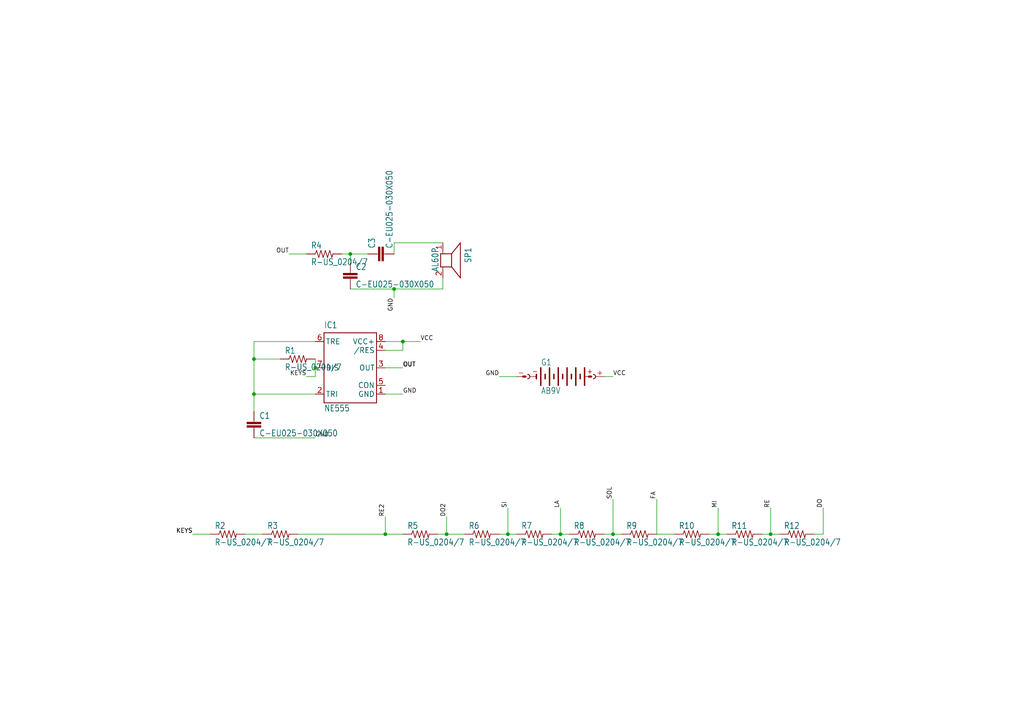
<source format=kicad_sch>
(kicad_sch
	(version 20250114)
	(generator "eeschema")
	(generator_version "9.0")
	(uuid "b3e32994-e51d-4f40-b44b-9d0c16fe27db")
	(paper "A4")
	(lib_symbols
		(symbol "piano555-eagle-import:AB9V"
			(exclude_from_sim no)
			(in_bom yes)
			(on_board yes)
			(property "Reference" "G"
				(at -5.715 3.175 0)
				(effects
					(font
						(size 1.778 1.5113)
					)
					(justify left bottom)
				)
			)
			(property "Value" ""
				(at -5.715 -5.08 0)
				(effects
					(font
						(size 1.778 1.5113)
					)
					(justify left bottom)
				)
			)
			(property "Footprint" "piano555:AB9V"
				(at 0 0 0)
				(effects
					(font
						(size 1.27 1.27)
					)
					(hide yes)
				)
			)
			(property "Datasheet" ""
				(at 0 0 0)
				(effects
					(font
						(size 1.27 1.27)
					)
					(hide yes)
				)
			)
			(property "Description" "9-V BATTERY CLIP"
				(at 0 0 0)
				(effects
					(font
						(size 1.27 1.27)
					)
					(hide yes)
				)
			)
			(property "ki_locked" ""
				(at 0 0 0)
				(effects
					(font
						(size 1.27 1.27)
					)
				)
			)
			(symbol "AB9V_1_0"
				(polyline
					(pts
						(xy -10.16 0) (xy -10.795 0)
					)
					(stroke
						(width 0.6096)
						(type solid)
					)
					(fill
						(type none)
					)
				)
				(arc
					(start -9.525 0.635)
					(mid -8.89 0)
					(end -9.525 -0.635)
					(stroke
						(width 0.254)
						(type solid)
					)
					(fill
						(type none)
					)
				)
				(polyline
					(pts
						(xy -8.89 0) (xy -6.985 0)
					)
					(stroke
						(width 0.1524)
						(type solid)
					)
					(fill
						(type none)
					)
				)
				(polyline
					(pts
						(xy -6.985 0.635) (xy -6.985 0)
					)
					(stroke
						(width 0.4064)
						(type solid)
					)
					(fill
						(type none)
					)
				)
				(polyline
					(pts
						(xy -6.985 0) (xy -6.985 -0.635)
					)
					(stroke
						(width 0.4064)
						(type solid)
					)
					(fill
						(type none)
					)
				)
				(polyline
					(pts
						(xy -5.715 2.54) (xy -5.715 -2.54)
					)
					(stroke
						(width 0.4064)
						(type solid)
					)
					(fill
						(type none)
					)
				)
				(polyline
					(pts
						(xy -4.445 0.635) (xy -4.445 -0.635)
					)
					(stroke
						(width 0.4064)
						(type solid)
					)
					(fill
						(type none)
					)
				)
				(polyline
					(pts
						(xy -3.175 2.54) (xy -3.175 -2.54)
					)
					(stroke
						(width 0.4064)
						(type solid)
					)
					(fill
						(type none)
					)
				)
				(polyline
					(pts
						(xy -1.905 0.635) (xy -1.905 -0.635)
					)
					(stroke
						(width 0.4064)
						(type solid)
					)
					(fill
						(type none)
					)
				)
				(polyline
					(pts
						(xy -0.635 2.54) (xy -0.635 -2.54)
					)
					(stroke
						(width 0.4064)
						(type solid)
					)
					(fill
						(type none)
					)
				)
				(polyline
					(pts
						(xy 0.635 0.635) (xy 0.635 -0.635)
					)
					(stroke
						(width 0.4064)
						(type solid)
					)
					(fill
						(type none)
					)
				)
				(polyline
					(pts
						(xy 1.905 2.54) (xy 1.905 -2.54)
					)
					(stroke
						(width 0.4064)
						(type solid)
					)
					(fill
						(type none)
					)
				)
				(polyline
					(pts
						(xy 3.175 0.635) (xy 3.175 -0.635)
					)
					(stroke
						(width 0.4064)
						(type solid)
					)
					(fill
						(type none)
					)
				)
				(polyline
					(pts
						(xy 4.445 2.54) (xy 4.445 -2.54)
					)
					(stroke
						(width 0.4064)
						(type solid)
					)
					(fill
						(type none)
					)
				)
				(polyline
					(pts
						(xy 5.715 0.635) (xy 5.715 -0.635)
					)
					(stroke
						(width 0.4064)
						(type solid)
					)
					(fill
						(type none)
					)
				)
				(polyline
					(pts
						(xy 6.985 2.54) (xy 6.985 0)
					)
					(stroke
						(width 0.4064)
						(type solid)
					)
					(fill
						(type none)
					)
				)
				(polyline
					(pts
						(xy 6.985 0) (xy 6.985 -2.54)
					)
					(stroke
						(width 0.4064)
						(type solid)
					)
					(fill
						(type none)
					)
				)
				(polyline
					(pts
						(xy 6.985 0) (xy 8.255 0)
					)
					(stroke
						(width 0.1524)
						(type solid)
					)
					(fill
						(type none)
					)
				)
				(polyline
					(pts
						(xy 8.255 0) (xy 8.89 0)
					)
					(stroke
						(width 0.6096)
						(type solid)
					)
					(fill
						(type none)
					)
				)
				(arc
					(start 9.525 0.635)
					(mid 10.16 0)
					(end 9.525 -0.635)
					(stroke
						(width 0.254)
						(type solid)
					)
					(fill
						(type none)
					)
				)
				(text "-"
					(at -8.255 0.635 0)
					(effects
						(font
							(size 1.524 1.2954)
						)
						(justify left bottom)
					)
				)
				(text "+"
					(at 7.62 0.635 0)
					(effects
						(font
							(size 1.524 1.2954)
						)
						(justify left bottom)
					)
				)
				(pin passive line
					(at -12.7 0 0)
					(length 2.54)
					(name "-"
						(effects
							(font
								(size 0 0)
							)
						)
					)
					(number "-"
						(effects
							(font
								(size 1.524 1.524)
							)
						)
					)
				)
				(pin passive line
					(at 12.7 0 180)
					(length 2.54)
					(name "+"
						(effects
							(font
								(size 0 0)
							)
						)
					)
					(number "+"
						(effects
							(font
								(size 1.524 1.524)
							)
						)
					)
				)
			)
			(embedded_fonts no)
		)
		(symbol "piano555-eagle-import:AL60P"
			(exclude_from_sim no)
			(in_bom yes)
			(on_board yes)
			(property "Reference" "SP"
				(at -3.81 6.35 0)
				(effects
					(font
						(size 1.778 1.5113)
					)
					(justify left bottom)
				)
			)
			(property "Value" ""
				(at -3.81 -3.175 0)
				(effects
					(font
						(size 1.778 1.5113)
					)
					(justify left bottom)
				)
			)
			(property "Footprint" "piano555:AL60P"
				(at 0 0 0)
				(effects
					(font
						(size 1.27 1.27)
					)
					(hide yes)
				)
			)
			(property "Datasheet" ""
				(at 0 0 0)
				(effects
					(font
						(size 1.27 1.27)
					)
					(hide yes)
				)
			)
			(property "Description" "SPEAKER\n\nSource: Buerklin"
				(at 0 0 0)
				(effects
					(font
						(size 1.27 1.27)
					)
					(hide yes)
				)
			)
			(property "ki_locked" ""
				(at 0 0 0)
				(effects
					(font
						(size 1.27 1.27)
					)
				)
			)
			(symbol "AL60P_1_0"
				(polyline
					(pts
						(xy -2.54 0) (xy -1.905 0)
					)
					(stroke
						(width 0.1524)
						(type solid)
					)
					(fill
						(type none)
					)
				)
				(polyline
					(pts
						(xy -1.905 2.54) (xy -5.08 5.08)
					)
					(stroke
						(width 0.254)
						(type solid)
					)
					(fill
						(type none)
					)
				)
				(polyline
					(pts
						(xy -1.905 0) (xy -1.905 2.54)
					)
					(stroke
						(width 0.254)
						(type solid)
					)
					(fill
						(type none)
					)
				)
				(polyline
					(pts
						(xy -1.905 -0.635) (xy -1.905 0)
					)
					(stroke
						(width 0.254)
						(type solid)
					)
					(fill
						(type none)
					)
				)
				(polyline
					(pts
						(xy -1.905 -0.635) (xy 1.905 -0.635)
					)
					(stroke
						(width 0.254)
						(type solid)
					)
					(fill
						(type none)
					)
				)
				(polyline
					(pts
						(xy 1.905 2.54) (xy -1.905 2.54)
					)
					(stroke
						(width 0.254)
						(type solid)
					)
					(fill
						(type none)
					)
				)
				(polyline
					(pts
						(xy 1.905 2.54) (xy 5.08 5.08)
					)
					(stroke
						(width 0.254)
						(type solid)
					)
					(fill
						(type none)
					)
				)
				(polyline
					(pts
						(xy 1.905 0) (xy 1.905 2.54)
					)
					(stroke
						(width 0.254)
						(type solid)
					)
					(fill
						(type none)
					)
				)
				(polyline
					(pts
						(xy 1.905 -0.635) (xy 1.905 0)
					)
					(stroke
						(width 0.254)
						(type solid)
					)
					(fill
						(type none)
					)
				)
				(polyline
					(pts
						(xy 2.54 0) (xy 1.905 0)
					)
					(stroke
						(width 0.1524)
						(type solid)
					)
					(fill
						(type none)
					)
				)
				(polyline
					(pts
						(xy 5.08 5.08) (xy -5.08 5.08)
					)
					(stroke
						(width 0.254)
						(type solid)
					)
					(fill
						(type none)
					)
				)
				(pin passive line
					(at -5.08 0 0)
					(length 2.54)
					(name "1"
						(effects
							(font
								(size 0 0)
							)
						)
					)
					(number "1"
						(effects
							(font
								(size 1.524 1.524)
							)
						)
					)
				)
				(pin passive line
					(at 5.08 0 180)
					(length 2.54)
					(name "2"
						(effects
							(font
								(size 0 0)
							)
						)
					)
					(number "2"
						(effects
							(font
								(size 1.524 1.524)
							)
						)
					)
				)
			)
			(embedded_fonts no)
		)
		(symbol "piano555-eagle-import:C-EU025-030X050"
			(exclude_from_sim no)
			(in_bom yes)
			(on_board yes)
			(property "Reference" "C"
				(at 1.524 0.381 0)
				(effects
					(font
						(size 1.778 1.5113)
					)
					(justify left bottom)
				)
			)
			(property "Value" ""
				(at 1.524 -4.699 0)
				(effects
					(font
						(size 1.778 1.5113)
					)
					(justify left bottom)
				)
			)
			(property "Footprint" "piano555:C025-030X050"
				(at 0 0 0)
				(effects
					(font
						(size 1.27 1.27)
					)
					(hide yes)
				)
			)
			(property "Datasheet" ""
				(at 0 0 0)
				(effects
					(font
						(size 1.27 1.27)
					)
					(hide yes)
				)
			)
			(property "Description" "CAPACITOR, European symbol"
				(at 0 0 0)
				(effects
					(font
						(size 1.27 1.27)
					)
					(hide yes)
				)
			)
			(property "ki_locked" ""
				(at 0 0 0)
				(effects
					(font
						(size 1.27 1.27)
					)
				)
			)
			(symbol "C-EU025-030X050_1_0"
				(rectangle
					(start -2.032 -1.016)
					(end 2.032 -0.508)
					(stroke
						(width 0)
						(type default)
					)
					(fill
						(type outline)
					)
				)
				(rectangle
					(start -2.032 -2.032)
					(end 2.032 -1.524)
					(stroke
						(width 0)
						(type default)
					)
					(fill
						(type outline)
					)
				)
				(polyline
					(pts
						(xy 0 0) (xy 0 -0.508)
					)
					(stroke
						(width 0.1524)
						(type solid)
					)
					(fill
						(type none)
					)
				)
				(polyline
					(pts
						(xy 0 -2.54) (xy 0 -2.032)
					)
					(stroke
						(width 0.1524)
						(type solid)
					)
					(fill
						(type none)
					)
				)
				(pin passive line
					(at 0 2.54 270)
					(length 2.54)
					(name "1"
						(effects
							(font
								(size 0 0)
							)
						)
					)
					(number "1"
						(effects
							(font
								(size 0 0)
							)
						)
					)
				)
				(pin passive line
					(at 0 -5.08 90)
					(length 2.54)
					(name "2"
						(effects
							(font
								(size 0 0)
							)
						)
					)
					(number "2"
						(effects
							(font
								(size 0 0)
							)
						)
					)
				)
			)
			(embedded_fonts no)
		)
		(symbol "piano555-eagle-import:NE555"
			(exclude_from_sim no)
			(in_bom yes)
			(on_board yes)
			(property "Reference" "IC"
				(at -7.62 11.43 0)
				(effects
					(font
						(size 1.778 1.5113)
					)
					(justify left bottom)
				)
			)
			(property "Value" ""
				(at -7.62 -12.7 0)
				(effects
					(font
						(size 1.778 1.5113)
					)
					(justify left bottom)
				)
			)
			(property "Footprint" "piano555:DIL-08"
				(at 0 0 0)
				(effects
					(font
						(size 1.27 1.27)
					)
					(hide yes)
				)
			)
			(property "Datasheet" ""
				(at 0 0 0)
				(effects
					(font
						(size 1.27 1.27)
					)
					(hide yes)
				)
			)
			(property "Description" "General purpose bipolar Timer"
				(at 0 0 0)
				(effects
					(font
						(size 1.27 1.27)
					)
					(hide yes)
				)
			)
			(property "ki_locked" ""
				(at 0 0 0)
				(effects
					(font
						(size 1.27 1.27)
					)
				)
			)
			(symbol "NE555_1_0"
				(polyline
					(pts
						(xy -7.62 10.16) (xy -7.62 -10.16)
					)
					(stroke
						(width 0.254)
						(type solid)
					)
					(fill
						(type none)
					)
				)
				(polyline
					(pts
						(xy -7.62 -10.16) (xy 7.62 -10.16)
					)
					(stroke
						(width 0.254)
						(type solid)
					)
					(fill
						(type none)
					)
				)
				(polyline
					(pts
						(xy 7.62 10.16) (xy -7.62 10.16)
					)
					(stroke
						(width 0.254)
						(type solid)
					)
					(fill
						(type none)
					)
				)
				(polyline
					(pts
						(xy 7.62 -10.16) (xy 7.62 10.16)
					)
					(stroke
						(width 0.254)
						(type solid)
					)
					(fill
						(type none)
					)
				)
				(pin input line
					(at -10.16 7.62 0)
					(length 2.54)
					(name "TRE"
						(effects
							(font
								(size 1.524 1.524)
							)
						)
					)
					(number "6"
						(effects
							(font
								(size 1.524 1.524)
							)
						)
					)
				)
				(pin input line
					(at -10.16 0 0)
					(length 2.54)
					(name "DIS"
						(effects
							(font
								(size 1.524 1.524)
							)
						)
					)
					(number "7"
						(effects
							(font
								(size 1.524 1.524)
							)
						)
					)
				)
				(pin input line
					(at -10.16 -7.62 0)
					(length 2.54)
					(name "TRI"
						(effects
							(font
								(size 1.524 1.524)
							)
						)
					)
					(number "2"
						(effects
							(font
								(size 1.524 1.524)
							)
						)
					)
				)
				(pin power_in line
					(at 10.16 7.62 180)
					(length 2.54)
					(name "VCC+"
						(effects
							(font
								(size 1.524 1.524)
							)
						)
					)
					(number "8"
						(effects
							(font
								(size 1.524 1.524)
							)
						)
					)
				)
				(pin input line
					(at 10.16 5.08 180)
					(length 2.54)
					(name "/RES"
						(effects
							(font
								(size 1.524 1.524)
							)
						)
					)
					(number "4"
						(effects
							(font
								(size 1.524 1.524)
							)
						)
					)
				)
				(pin output line
					(at 10.16 0 180)
					(length 2.54)
					(name "OUT"
						(effects
							(font
								(size 1.524 1.524)
							)
						)
					)
					(number "3"
						(effects
							(font
								(size 1.524 1.524)
							)
						)
					)
				)
				(pin input line
					(at 10.16 -5.08 180)
					(length 2.54)
					(name "CON"
						(effects
							(font
								(size 1.524 1.524)
							)
						)
					)
					(number "5"
						(effects
							(font
								(size 1.524 1.524)
							)
						)
					)
				)
				(pin power_in line
					(at 10.16 -7.62 180)
					(length 2.54)
					(name "GND"
						(effects
							(font
								(size 1.524 1.524)
							)
						)
					)
					(number "1"
						(effects
							(font
								(size 1.524 1.524)
							)
						)
					)
				)
			)
			(embedded_fonts no)
		)
		(symbol "piano555-eagle-import:R-US_0204/7"
			(exclude_from_sim no)
			(in_bom yes)
			(on_board yes)
			(property "Reference" "R"
				(at -3.81 1.4986 0)
				(effects
					(font
						(size 1.778 1.5113)
					)
					(justify left bottom)
				)
			)
			(property "Value" ""
				(at -3.81 -3.302 0)
				(effects
					(font
						(size 1.778 1.5113)
					)
					(justify left bottom)
				)
			)
			(property "Footprint" "piano555:0204_7"
				(at 0 0 0)
				(effects
					(font
						(size 1.27 1.27)
					)
					(hide yes)
				)
			)
			(property "Datasheet" ""
				(at 0 0 0)
				(effects
					(font
						(size 1.27 1.27)
					)
					(hide yes)
				)
			)
			(property "Description" "RESISTOR, American symbol"
				(at 0 0 0)
				(effects
					(font
						(size 1.27 1.27)
					)
					(hide yes)
				)
			)
			(property "ki_locked" ""
				(at 0 0 0)
				(effects
					(font
						(size 1.27 1.27)
					)
				)
			)
			(symbol "R-US_0204/7_1_0"
				(polyline
					(pts
						(xy -2.54 0) (xy -2.159 1.016)
					)
					(stroke
						(width 0.2032)
						(type solid)
					)
					(fill
						(type none)
					)
				)
				(polyline
					(pts
						(xy -2.159 1.016) (xy -1.524 -1.016)
					)
					(stroke
						(width 0.2032)
						(type solid)
					)
					(fill
						(type none)
					)
				)
				(polyline
					(pts
						(xy -1.524 -1.016) (xy -0.889 1.016)
					)
					(stroke
						(width 0.2032)
						(type solid)
					)
					(fill
						(type none)
					)
				)
				(polyline
					(pts
						(xy -0.889 1.016) (xy -0.254 -1.016)
					)
					(stroke
						(width 0.2032)
						(type solid)
					)
					(fill
						(type none)
					)
				)
				(polyline
					(pts
						(xy -0.254 -1.016) (xy 0.381 1.016)
					)
					(stroke
						(width 0.2032)
						(type solid)
					)
					(fill
						(type none)
					)
				)
				(polyline
					(pts
						(xy 0.381 1.016) (xy 1.016 -1.016)
					)
					(stroke
						(width 0.2032)
						(type solid)
					)
					(fill
						(type none)
					)
				)
				(polyline
					(pts
						(xy 1.016 -1.016) (xy 1.651 1.016)
					)
					(stroke
						(width 0.2032)
						(type solid)
					)
					(fill
						(type none)
					)
				)
				(polyline
					(pts
						(xy 1.651 1.016) (xy 2.286 -1.016)
					)
					(stroke
						(width 0.2032)
						(type solid)
					)
					(fill
						(type none)
					)
				)
				(polyline
					(pts
						(xy 2.286 -1.016) (xy 2.54 0)
					)
					(stroke
						(width 0.2032)
						(type solid)
					)
					(fill
						(type none)
					)
				)
				(pin passive line
					(at -5.08 0 0)
					(length 2.54)
					(name "1"
						(effects
							(font
								(size 0 0)
							)
						)
					)
					(number "1"
						(effects
							(font
								(size 0 0)
							)
						)
					)
				)
				(pin passive line
					(at 5.08 0 180)
					(length 2.54)
					(name "2"
						(effects
							(font
								(size 0 0)
							)
						)
					)
					(number "2"
						(effects
							(font
								(size 0 0)
							)
						)
					)
				)
			)
			(embedded_fonts no)
		)
	)
	(junction
		(at 73.66 114.3)
		(diameter 0)
		(color 0 0 0 0)
		(uuid "0362689b-6490-4df4-90c4-ae13e8710c16")
	)
	(junction
		(at 129.54 154.94)
		(diameter 0)
		(color 0 0 0 0)
		(uuid "0e602ea8-fa17-4c0f-8a1e-0c26b9c0391e")
	)
	(junction
		(at 208.28 154.94)
		(diameter 0)
		(color 0 0 0 0)
		(uuid "11a5aae6-d0fd-4d9e-a80e-267a8e5baf11")
	)
	(junction
		(at 162.56 154.94)
		(diameter 0)
		(color 0 0 0 0)
		(uuid "17fa363f-8d6b-425e-8452-609f02812352")
	)
	(junction
		(at 91.44 106.68)
		(diameter 0)
		(color 0 0 0 0)
		(uuid "6bcf6291-4a81-41b5-9215-a63be09b3229")
	)
	(junction
		(at 223.52 154.94)
		(diameter 0)
		(color 0 0 0 0)
		(uuid "6bf9d349-0d4b-4ffe-9f01-2baa25345794")
	)
	(junction
		(at 147.32 154.94)
		(diameter 0)
		(color 0 0 0 0)
		(uuid "6fc7fc3e-1ded-4f5b-a1d5-03cd25bda91f")
	)
	(junction
		(at 116.84 99.06)
		(diameter 0)
		(color 0 0 0 0)
		(uuid "76711fb8-1bcf-45b3-85d5-d32e1836509d")
	)
	(junction
		(at 177.8 154.94)
		(diameter 0)
		(color 0 0 0 0)
		(uuid "7d64487a-15b7-4c6b-abef-5757c0168ad2")
	)
	(junction
		(at 111.76 154.94)
		(diameter 0)
		(color 0 0 0 0)
		(uuid "bf89020d-0eb2-4c41-9507-f318534ddb76")
	)
	(junction
		(at 101.6 73.66)
		(diameter 0)
		(color 0 0 0 0)
		(uuid "d83f7d2b-9d51-46e6-937e-bd8deca87067")
	)
	(junction
		(at 114.3 83.82)
		(diameter 0)
		(color 0 0 0 0)
		(uuid "e7b54afa-6355-469b-853c-979e9a6d3da9")
	)
	(junction
		(at 73.66 104.14)
		(diameter 0)
		(color 0 0 0 0)
		(uuid "ff3f04e1-2272-478d-9f3c-aadb6eedc469")
	)
	(wire
		(pts
			(xy 116.84 101.6) (xy 111.76 101.6)
		)
		(stroke
			(width 0.1524)
			(type solid)
		)
		(uuid "04d4b2f3-9f4d-41ba-b1e3-f6b4366a353b")
	)
	(wire
		(pts
			(xy 238.76 154.94) (xy 238.76 147.32)
		)
		(stroke
			(width 0.1524)
			(type solid)
		)
		(uuid "050b9797-0845-4286-bda5-bfc06b132b01")
	)
	(wire
		(pts
			(xy 73.66 114.3) (xy 73.66 119.38)
		)
		(stroke
			(width 0.1524)
			(type solid)
		)
		(uuid "066d4b02-ae1c-4ab3-8159-fbe7b7409974")
	)
	(wire
		(pts
			(xy 73.66 114.3) (xy 73.66 104.14)
		)
		(stroke
			(width 0.1524)
			(type solid)
		)
		(uuid "17f8b5a2-d189-4389-9a89-978e6ff494e4")
	)
	(wire
		(pts
			(xy 177.8 154.94) (xy 180.34 154.94)
		)
		(stroke
			(width 0.1524)
			(type solid)
		)
		(uuid "1ea1925b-aef0-4234-b973-ee84d72f5250")
	)
	(wire
		(pts
			(xy 220.98 154.94) (xy 223.52 154.94)
		)
		(stroke
			(width 0.1524)
			(type solid)
		)
		(uuid "2058fca0-af71-4521-b92d-a0c23a247fb9")
	)
	(wire
		(pts
			(xy 86.36 154.94) (xy 111.76 154.94)
		)
		(stroke
			(width 0.1524)
			(type solid)
		)
		(uuid "21481e05-64d4-4f6e-bd6c-a397f1d440ae")
	)
	(wire
		(pts
			(xy 81.28 104.14) (xy 73.66 104.14)
		)
		(stroke
			(width 0.1524)
			(type solid)
		)
		(uuid "23927b87-fb9c-4475-ba76-00ecd8a3aacc")
	)
	(wire
		(pts
			(xy 208.28 154.94) (xy 208.28 147.32)
		)
		(stroke
			(width 0.1524)
			(type solid)
		)
		(uuid "25a43955-1386-409a-b896-743d20d4e857")
	)
	(wire
		(pts
			(xy 114.3 83.82) (xy 128.4424 83.82)
		)
		(stroke
			(width 0.1524)
			(type solid)
		)
		(uuid "272d6da7-a1d2-43d0-814d-e4e216a92e9e")
	)
	(wire
		(pts
			(xy 111.76 106.68) (xy 116.84 106.68)
		)
		(stroke
			(width 0.1524)
			(type solid)
		)
		(uuid "2c4a4e83-0d1c-4f18-b9d6-fa5479671ed6")
	)
	(wire
		(pts
			(xy 88.9 73.66) (xy 83.82 73.66)
		)
		(stroke
			(width 0.1524)
			(type solid)
		)
		(uuid "3226787b-4dca-474f-be80-410275f25ec6")
	)
	(wire
		(pts
			(xy 99.06 73.66) (xy 101.6 73.66)
		)
		(stroke
			(width 0.1524)
			(type solid)
		)
		(uuid "387ed045-a21f-47f4-a2f3-27279415c524")
	)
	(wire
		(pts
			(xy 60.96 154.94) (xy 55.88 154.94)
		)
		(stroke
			(width 0.1524)
			(type solid)
		)
		(uuid "39d031d7-8a99-4f31-ab75-0c6bd56a692f")
	)
	(wire
		(pts
			(xy 91.44 109.22) (xy 88.9 109.22)
		)
		(stroke
			(width 0.1524)
			(type solid)
		)
		(uuid "3eb62a87-b101-4ce6-acb0-b13b4a43484e")
	)
	(wire
		(pts
			(xy 127 154.94) (xy 129.54 154.94)
		)
		(stroke
			(width 0.1524)
			(type solid)
		)
		(uuid "417c042c-51bd-4b98-8bb5-1ae2348377e8")
	)
	(wire
		(pts
			(xy 129.54 154.94) (xy 129.54 149.86)
		)
		(stroke
			(width 0.1524)
			(type solid)
		)
		(uuid "4658438f-8b66-4556-9f64-488e22b5b768")
	)
	(wire
		(pts
			(xy 91.44 106.68) (xy 91.44 109.22)
		)
		(stroke
			(width 0.1524)
			(type solid)
		)
		(uuid "542fc35f-c6e7-447b-b7bf-e676560531c3")
	)
	(wire
		(pts
			(xy 114.3 70.4251) (xy 128.4424 70.4251)
		)
		(stroke
			(width 0.1524)
			(type solid)
		)
		(uuid "57518794-ce33-4f3a-85bd-f456f94b0e49")
	)
	(wire
		(pts
			(xy 111.76 154.94) (xy 111.76 149.86)
		)
		(stroke
			(width 0.1524)
			(type solid)
		)
		(uuid "5d6dbda0-dca8-43f5-9b16-96ba977f835c")
	)
	(wire
		(pts
			(xy 175.26 109.22) (xy 177.8 109.22)
		)
		(stroke
			(width 0.1524)
			(type solid)
		)
		(uuid "60ada0ef-518d-4e49-aea1-263da4b271f8")
	)
	(wire
		(pts
			(xy 144.78 154.94) (xy 147.32 154.94)
		)
		(stroke
			(width 0.1524)
			(type solid)
		)
		(uuid "68629375-f4d6-4181-a18e-5d59584047e7")
	)
	(wire
		(pts
			(xy 177.8 154.94) (xy 177.8 144.78)
		)
		(stroke
			(width 0.1524)
			(type solid)
		)
		(uuid "6ba1755f-b122-4875-954d-0ac1f7311569")
	)
	(wire
		(pts
			(xy 223.52 154.94) (xy 223.52 147.32)
		)
		(stroke
			(width 0.1524)
			(type solid)
		)
		(uuid "72453cd8-ca21-4e14-88bc-36730b7358ff")
	)
	(wire
		(pts
			(xy 116.84 99.06) (xy 121.92 99.06)
		)
		(stroke
			(width 0.1524)
			(type solid)
		)
		(uuid "79efa171-e824-499a-84d2-7cfcef344482")
	)
	(wire
		(pts
			(xy 147.32 147.32) (xy 147.32 154.94)
		)
		(stroke
			(width 0.1524)
			(type solid)
		)
		(uuid "7f5d7e43-6418-436a-8de6-3f381cc77f05")
	)
	(wire
		(pts
			(xy 162.56 154.94) (xy 165.1 154.94)
		)
		(stroke
			(width 0.1524)
			(type solid)
		)
		(uuid "83e05c6b-3aa7-4808-a063-ac46d85d1365")
	)
	(wire
		(pts
			(xy 147.32 154.94) (xy 149.86 154.94)
		)
		(stroke
			(width 0.1524)
			(type solid)
		)
		(uuid "85620a5d-e871-4f05-873b-fb3b03e06172")
	)
	(wire
		(pts
			(xy 71.12 154.94) (xy 76.2 154.94)
		)
		(stroke
			(width 0.1524)
			(type solid)
		)
		(uuid "872c7928-fe05-4e82-b10a-e17099c906e5")
	)
	(wire
		(pts
			(xy 91.44 104.14) (xy 91.44 106.68)
		)
		(stroke
			(width 0.1524)
			(type solid)
		)
		(uuid "875474b3-0589-416e-9c63-7cc8d31e3144")
	)
	(wire
		(pts
			(xy 101.6 83.82) (xy 114.3 83.82)
		)
		(stroke
			(width 0.1524)
			(type solid)
		)
		(uuid "8b8fcfae-6d47-4620-bba1-ae2efe6693b7")
	)
	(wire
		(pts
			(xy 205.74 154.94) (xy 208.28 154.94)
		)
		(stroke
			(width 0.1524)
			(type solid)
		)
		(uuid "8c866d78-45fa-4541-bc8f-9a4a3f4c101a")
	)
	(wire
		(pts
			(xy 101.6 73.66) (xy 106.68 73.66)
		)
		(stroke
			(width 0.1524)
			(type solid)
		)
		(uuid "8cd3efc3-ddcb-4195-a9f2-66d1a549f92c")
	)
	(wire
		(pts
			(xy 190.5 154.94) (xy 190.5 144.78)
		)
		(stroke
			(width 0.1524)
			(type solid)
		)
		(uuid "948696e5-7349-4220-ae20-558758f4dfad")
	)
	(wire
		(pts
			(xy 114.3 83.82) (xy 114.3 86.36)
		)
		(stroke
			(width 0.1524)
			(type solid)
		)
		(uuid "94fbe516-bad6-4ad7-b3e4-79620c53959f")
	)
	(wire
		(pts
			(xy 195.58 154.94) (xy 190.5 154.94)
		)
		(stroke
			(width 0.1524)
			(type solid)
		)
		(uuid "994fa2c2-ed83-4323-b1c5-35e3808dc623")
	)
	(wire
		(pts
			(xy 223.52 154.94) (xy 226.06 154.94)
		)
		(stroke
			(width 0.1524)
			(type solid)
		)
		(uuid "9ccb1d61-5bef-453d-84fb-82b316e975f1")
	)
	(wire
		(pts
			(xy 149.86 109.22) (xy 144.78 109.22)
		)
		(stroke
			(width 0.1524)
			(type solid)
		)
		(uuid "9d8ad1c7-f2d1-48be-a267-6814a374cf8f")
	)
	(wire
		(pts
			(xy 116.84 99.06) (xy 116.84 101.6)
		)
		(stroke
			(width 0.1524)
			(type solid)
		)
		(uuid "9ec9b6ae-b189-46b1-8a34-f16c79a8890c")
	)
	(wire
		(pts
			(xy 91.44 114.3) (xy 73.66 114.3)
		)
		(stroke
			(width 0.1524)
			(type solid)
		)
		(uuid "9effc003-0eea-4216-abbf-b8e67bdcc04f")
	)
	(wire
		(pts
			(xy 114.3 73.66) (xy 114.3 70.4251)
		)
		(stroke
			(width 0.1524)
			(type solid)
		)
		(uuid "9f9f8b8d-5cc4-4792-9d90-9ec8c18855b0")
	)
	(wire
		(pts
			(xy 73.66 127) (xy 91.44 127)
		)
		(stroke
			(width 0.1524)
			(type solid)
		)
		(uuid "ad112951-42a8-403d-a86a-4c925c18cfba")
	)
	(wire
		(pts
			(xy 208.28 154.94) (xy 210.82 154.94)
		)
		(stroke
			(width 0.1524)
			(type solid)
		)
		(uuid "b496ef23-93ec-41ba-b64e-519523485646")
	)
	(wire
		(pts
			(xy 162.56 147.32) (xy 162.56 154.94)
		)
		(stroke
			(width 0.1524)
			(type solid)
		)
		(uuid "b9533360-13fa-400e-be92-3324f05e40a3")
	)
	(wire
		(pts
			(xy 236.22 154.94) (xy 238.76 154.94)
		)
		(stroke
			(width 0.1524)
			(type solid)
		)
		(uuid "ba191941-d92d-46f4-949c-a1e00e6bb48f")
	)
	(wire
		(pts
			(xy 101.6 76.2) (xy 101.6 73.66)
		)
		(stroke
			(width 0.1524)
			(type solid)
		)
		(uuid "bc8d31df-12c0-403f-86b4-be19038ba4f4")
	)
	(wire
		(pts
			(xy 73.66 99.06) (xy 91.44 99.06)
		)
		(stroke
			(width 0.1524)
			(type solid)
		)
		(uuid "c4f93887-1777-4ce3-9810-94d08fd9dcc5")
	)
	(wire
		(pts
			(xy 128.4424 83.82) (xy 128.4424 80.5851)
		)
		(stroke
			(width 0.1524)
			(type solid)
		)
		(uuid "c52bdc5a-55cb-4cc6-8f47-118e7ffea25f")
	)
	(wire
		(pts
			(xy 111.76 99.06) (xy 116.84 99.06)
		)
		(stroke
			(width 0.1524)
			(type solid)
		)
		(uuid "cedaeb51-382e-4de8-8a4a-4bae23c3e784")
	)
	(wire
		(pts
			(xy 73.66 104.14) (xy 73.66 99.06)
		)
		(stroke
			(width 0.1524)
			(type solid)
		)
		(uuid "cff4ef38-235e-4e31-b33c-363f0c084fa4")
	)
	(wire
		(pts
			(xy 111.76 114.3) (xy 116.84 114.3)
		)
		(stroke
			(width 0.1524)
			(type solid)
		)
		(uuid "d7d39b10-7422-49f3-8085-57fc6795f5a6")
	)
	(wire
		(pts
			(xy 129.54 154.94) (xy 134.62 154.94)
		)
		(stroke
			(width 0.1524)
			(type solid)
		)
		(uuid "dd835c5f-90b6-4125-bdab-141ced31f195")
	)
	(wire
		(pts
			(xy 111.76 154.94) (xy 116.84 154.94)
		)
		(stroke
			(width 0.1524)
			(type solid)
		)
		(uuid "e1a3a726-4a05-45ef-8cca-7ede758da3a6")
	)
	(wire
		(pts
			(xy 160.02 154.94) (xy 162.56 154.94)
		)
		(stroke
			(width 0.1524)
			(type solid)
		)
		(uuid "e39f4256-643a-4187-aa81-aaab00c48500")
	)
	(wire
		(pts
			(xy 175.26 154.94) (xy 177.8 154.94)
		)
		(stroke
			(width 0.1524)
			(type solid)
		)
		(uuid "ebed65c7-c74d-4ba7-938c-2c6c771dea84")
	)
	(label "KEYS"
		(at 88.9 109.22 180)
		(effects
			(font
				(size 1.2446 1.2446)
			)
			(justify right bottom)
		)
		(uuid "02ac1165-7952-4513-8a3f-6ce3f0558dd0")
	)
	(label "OUT"
		(at 116.84 106.68 0)
		(effects
			(font
				(size 1.2446 1.2446)
			)
			(justify left bottom)
		)
		(uuid "05f3c831-dc96-4825-82db-a3d4ceffd86d")
	)
	(label "DO"
		(at 238.76 147.32 90)
		(effects
			(font
				(size 1.2446 1.2446)
			)
			(justify left bottom)
		)
		(uuid "115145bc-279e-4540-9196-cc90dddbce31")
	)
	(label "OUT"
		(at 116.84 106.68 0)
		(effects
			(font
				(size 1.2446 1.2446)
			)
			(justify left bottom)
		)
		(uuid "232a9920-23d1-45b9-a534-fe47cd2bc1fc")
	)
	(label "LA"
		(at 162.56 147.32 90)
		(effects
			(font
				(size 1.2446 1.2446)
			)
			(justify left bottom)
		)
		(uuid "26a32598-3f82-434b-aa2b-73db6cfb0bd1")
	)
	(label "GND"
		(at 91.44 127 0)
		(effects
			(font
				(size 1.2446 1.2446)
			)
			(justify left bottom)
		)
		(uuid "31807afb-a813-4e38-8270-9d33fdb79f6f")
	)
	(label "GND"
		(at 114.3 86.36 270)
		(effects
			(font
				(size 1.2446 1.2446)
			)
			(justify right bottom)
		)
		(uuid "36af3fd4-4c5b-4d95-b859-a129c3d0eb18")
	)
	(label "DO2"
		(at 129.54 149.86 90)
		(effects
			(font
				(size 1.2446 1.2446)
			)
			(justify left bottom)
		)
		(uuid "3e6312e4-ac3a-4dbf-8181-95da08ceb7c3")
	)
	(label "RE2"
		(at 111.76 149.86 90)
		(effects
			(font
				(size 1.2446 1.2446)
			)
			(justify left bottom)
		)
		(uuid "44f791ac-16e6-4e5f-9b84-0eaeb5090f23")
	)
	(label "GND"
		(at 144.78 109.22 180)
		(effects
			(font
				(size 1.2446 1.2446)
			)
			(justify right bottom)
		)
		(uuid "582a5e35-773f-4ecf-8230-82c0a80447ca")
	)
	(label "SOL"
		(at 177.8 144.78 90)
		(effects
			(font
				(size 1.2446 1.2446)
			)
			(justify left bottom)
		)
		(uuid "58ebec77-2a84-48a9-8e69-7a2eebad5cc2")
	)
	(label "OUT"
		(at 116.84 106.68 0)
		(effects
			(font
				(size 1.2446 1.2446)
			)
			(justify left bottom)
		)
		(uuid "67700801-1f41-4ec9-8215-0c97bd8235d9")
	)
	(label "KEYS"
		(at 55.88 154.94 180)
		(effects
			(font
				(size 1.2446 1.2446)
			)
			(justify right bottom)
		)
		(uuid "67afb24a-6fda-48e2-975e-2d085a7d282a")
	)
	(label "RE"
		(at 223.52 147.32 90)
		(effects
			(font
				(size 1.2446 1.2446)
			)
			(justify left bottom)
		)
		(uuid "85f5b524-ddf3-497c-bc6f-49f1dd71ea47")
	)
	(label "OUT"
		(at 116.84 106.68 0)
		(effects
			(font
				(size 1.2446 1.2446)
			)
			(justify left bottom)
		)
		(uuid "8a72c836-f84a-4ff0-bc38-11579f64ee04")
	)
	(label "OUT"
		(at 83.82 73.66 180)
		(effects
			(font
				(size 1.2446 1.2446)
			)
			(justify right bottom)
		)
		(uuid "9d29bb01-7cfb-4c38-b73f-c6d223e1c4e0")
	)
	(label "SI"
		(at 147.32 147.32 90)
		(effects
			(font
				(size 1.2446 1.2446)
			)
			(justify left bottom)
		)
		(uuid "ab766b74-cfe4-47c8-9728-184a969d1b06")
	)
	(label "GND"
		(at 116.84 114.3 0)
		(effects
			(font
				(size 1.2446 1.2446)
			)
			(justify left bottom)
		)
		(uuid "ae6b5f24-2b81-4b89-9914-7ef5b16aa69b")
	)
	(label "KEYS"
		(at 55.88 154.94 180)
		(effects
			(font
				(size 1.2446 1.2446)
			)
			(justify right bottom)
		)
		(uuid "b46f216c-c7d1-4dcc-8e8e-54a8351952eb")
	)
	(label "MI"
		(at 208.28 147.32 90)
		(effects
			(font
				(size 1.2446 1.2446)
			)
			(justify left bottom)
		)
		(uuid "c72cb030-d60a-488d-a12e-91416b6bc95d")
	)
	(label "FA"
		(at 190.5 144.78 90)
		(effects
			(font
				(size 1.2446 1.2446)
			)
			(justify left bottom)
		)
		(uuid "e85dd7af-e029-45fa-8e78-d08c29e179f9")
	)
	(label "VCC"
		(at 177.8 109.22 0)
		(effects
			(font
				(size 1.2446 1.2446)
			)
			(justify left bottom)
		)
		(uuid "efc46064-1a2d-4c31-aa82-8637437e4399")
	)
	(label "VCC"
		(at 121.92 99.06 0)
		(effects
			(font
				(size 1.2446 1.2446)
			)
			(justify left bottom)
		)
		(uuid "f3242178-0133-4a28-83bc-fd8c40495c88")
	)
	(symbol
		(lib_id "piano555-eagle-import:R-US_0204/7")
		(at 86.36 104.14 0)
		(unit 1)
		(exclude_from_sim no)
		(in_bom yes)
		(on_board yes)
		(dnp no)
		(uuid "04ca369c-604e-4789-9951-df330ebbd234")
		(property "Reference" "R1"
			(at 82.55 102.6414 0)
			(effects
				(font
					(size 1.778 1.5113)
				)
				(justify left bottom)
			)
		)
		(property "Value" "R-US_0204/7"
			(at 82.55 107.442 0)
			(effects
				(font
					(size 1.778 1.5113)
				)
				(justify left bottom)
			)
		)
		(property "Footprint" "piano555:0204_7"
			(at 86.36 104.14 0)
			(effects
				(font
					(size 1.27 1.27)
				)
				(hide yes)
			)
		)
		(property "Datasheet" ""
			(at 86.36 104.14 0)
			(effects
				(font
					(size 1.27 1.27)
				)
				(hide yes)
			)
		)
		(property "Description" ""
			(at 86.36 104.14 0)
			(effects
				(font
					(size 1.27 1.27)
				)
				(hide yes)
			)
		)
		(pin "2"
			(uuid "7bc588cf-2783-413c-89e6-3a917a905abb")
		)
		(pin "1"
			(uuid "34c15a45-5016-4046-87ed-66b7709af020")
		)
		(instances
			(project ""
				(path "/b3e32994-e51d-4f40-b44b-9d0c16fe27db"
					(reference "R1")
					(unit 1)
				)
			)
		)
	)
	(symbol
		(lib_id "piano555-eagle-import:R-US_0204/7")
		(at 139.7 154.94 0)
		(unit 1)
		(exclude_from_sim no)
		(in_bom yes)
		(on_board yes)
		(dnp no)
		(uuid "33b21c80-9b9b-476e-9251-221ddde2b072")
		(property "Reference" "R6"
			(at 135.89 153.4414 0)
			(effects
				(font
					(size 1.778 1.5113)
				)
				(justify left bottom)
			)
		)
		(property "Value" "R-US_0204/7"
			(at 135.89 158.242 0)
			(effects
				(font
					(size 1.778 1.5113)
				)
				(justify left bottom)
			)
		)
		(property "Footprint" "piano555:0204_7"
			(at 139.7 154.94 0)
			(effects
				(font
					(size 1.27 1.27)
				)
				(hide yes)
			)
		)
		(property "Datasheet" ""
			(at 139.7 154.94 0)
			(effects
				(font
					(size 1.27 1.27)
				)
				(hide yes)
			)
		)
		(property "Description" ""
			(at 139.7 154.94 0)
			(effects
				(font
					(size 1.27 1.27)
				)
				(hide yes)
			)
		)
		(pin "1"
			(uuid "a0a7251e-bf37-48bb-9348-7d5853451b73")
		)
		(pin "2"
			(uuid "57bf75dc-e5ce-4ff9-9c99-0d7d4e9fb9a6")
		)
		(instances
			(project ""
				(path "/b3e32994-e51d-4f40-b44b-9d0c16fe27db"
					(reference "R6")
					(unit 1)
				)
			)
		)
	)
	(symbol
		(lib_id "piano555-eagle-import:R-US_0204/7")
		(at 170.18 154.94 0)
		(unit 1)
		(exclude_from_sim no)
		(in_bom yes)
		(on_board yes)
		(dnp no)
		(uuid "35515694-fddc-4c1a-b229-7d899a54db9f")
		(property "Reference" "R8"
			(at 166.37 153.4414 0)
			(effects
				(font
					(size 1.778 1.5113)
				)
				(justify left bottom)
			)
		)
		(property "Value" "R-US_0204/7"
			(at 166.37 158.242 0)
			(effects
				(font
					(size 1.778 1.5113)
				)
				(justify left bottom)
			)
		)
		(property "Footprint" "piano555:0204_7"
			(at 170.18 154.94 0)
			(effects
				(font
					(size 1.27 1.27)
				)
				(hide yes)
			)
		)
		(property "Datasheet" ""
			(at 170.18 154.94 0)
			(effects
				(font
					(size 1.27 1.27)
				)
				(hide yes)
			)
		)
		(property "Description" ""
			(at 170.18 154.94 0)
			(effects
				(font
					(size 1.27 1.27)
				)
				(hide yes)
			)
		)
		(pin "2"
			(uuid "76965b0e-17ef-40f0-a794-68d2b59a3473")
		)
		(pin "1"
			(uuid "4bb54c8d-5920-41f3-9ac0-97d1bf31228d")
		)
		(instances
			(project ""
				(path "/b3e32994-e51d-4f40-b44b-9d0c16fe27db"
					(reference "R8")
					(unit 1)
				)
			)
		)
	)
	(symbol
		(lib_id "piano555-eagle-import:R-US_0204/7")
		(at 81.28 154.94 0)
		(unit 1)
		(exclude_from_sim no)
		(in_bom yes)
		(on_board yes)
		(dnp no)
		(uuid "52111384-ed8c-43b4-834f-42478930986e")
		(property "Reference" "R3"
			(at 77.47 153.4414 0)
			(effects
				(font
					(size 1.778 1.5113)
				)
				(justify left bottom)
			)
		)
		(property "Value" "R-US_0204/7"
			(at 77.47 158.242 0)
			(effects
				(font
					(size 1.778 1.5113)
				)
				(justify left bottom)
			)
		)
		(property "Footprint" "piano555:0204_7"
			(at 81.28 154.94 0)
			(effects
				(font
					(size 1.27 1.27)
				)
				(hide yes)
			)
		)
		(property "Datasheet" ""
			(at 81.28 154.94 0)
			(effects
				(font
					(size 1.27 1.27)
				)
				(hide yes)
			)
		)
		(property "Description" ""
			(at 81.28 154.94 0)
			(effects
				(font
					(size 1.27 1.27)
				)
				(hide yes)
			)
		)
		(pin "1"
			(uuid "0f470b6c-3742-4b59-a4d6-a3425dd43e42")
		)
		(pin "2"
			(uuid "0f67fad5-7bb9-46e6-9551-e0b62b011c63")
		)
		(instances
			(project ""
				(path "/b3e32994-e51d-4f40-b44b-9d0c16fe27db"
					(reference "R3")
					(unit 1)
				)
			)
		)
	)
	(symbol
		(lib_id "piano555-eagle-import:R-US_0204/7")
		(at 66.04 154.94 0)
		(unit 1)
		(exclude_from_sim no)
		(in_bom yes)
		(on_board yes)
		(dnp no)
		(uuid "7520a5e7-cabd-48ae-8744-3eba4f15eca5")
		(property "Reference" "R2"
			(at 62.23 153.4414 0)
			(effects
				(font
					(size 1.778 1.5113)
				)
				(justify left bottom)
			)
		)
		(property "Value" "R-US_0204/7"
			(at 62.23 158.242 0)
			(effects
				(font
					(size 1.778 1.5113)
				)
				(justify left bottom)
			)
		)
		(property "Footprint" "piano555:0204_7"
			(at 66.04 154.94 0)
			(effects
				(font
					(size 1.27 1.27)
				)
				(hide yes)
			)
		)
		(property "Datasheet" ""
			(at 66.04 154.94 0)
			(effects
				(font
					(size 1.27 1.27)
				)
				(hide yes)
			)
		)
		(property "Description" ""
			(at 66.04 154.94 0)
			(effects
				(font
					(size 1.27 1.27)
				)
				(hide yes)
			)
		)
		(pin "2"
			(uuid "8e9b1969-0672-4aef-b507-dff06b56fbee")
		)
		(pin "1"
			(uuid "20369094-0f57-4d31-b2ec-478b1b579830")
		)
		(instances
			(project ""
				(path "/b3e32994-e51d-4f40-b44b-9d0c16fe27db"
					(reference "R2")
					(unit 1)
				)
			)
		)
	)
	(symbol
		(lib_id "piano555-eagle-import:AL60P")
		(at 128.4424 75.5051 270)
		(unit 1)
		(exclude_from_sim no)
		(in_bom yes)
		(on_board yes)
		(dnp no)
		(uuid "942c4d96-717a-4bd7-9ad5-a063998f7fbe")
		(property "Reference" "SP1"
			(at 134.7924 71.6951 0)
			(effects
				(font
					(size 1.778 1.5113)
				)
				(justify left bottom)
			)
		)
		(property "Value" "AL60P"
			(at 125.2674 71.6951 0)
			(effects
				(font
					(size 1.778 1.5113)
				)
				(justify left bottom)
			)
		)
		(property "Footprint" "piano555:AL60P"
			(at 128.4424 75.5051 0)
			(effects
				(font
					(size 1.27 1.27)
				)
				(hide yes)
			)
		)
		(property "Datasheet" ""
			(at 128.4424 75.5051 0)
			(effects
				(font
					(size 1.27 1.27)
				)
				(hide yes)
			)
		)
		(property "Description" ""
			(at 128.4424 75.5051 0)
			(effects
				(font
					(size 1.27 1.27)
				)
				(hide yes)
			)
		)
		(pin "1"
			(uuid "052e5ce1-8156-4b49-a7ab-fdba0336eaed")
		)
		(pin "2"
			(uuid "fa41c2af-9625-4909-bdb1-76d71c44676d")
		)
		(instances
			(project ""
				(path "/b3e32994-e51d-4f40-b44b-9d0c16fe27db"
					(reference "SP1")
					(unit 1)
				)
			)
		)
	)
	(symbol
		(lib_id "piano555-eagle-import:C-EU025-030X050")
		(at 101.6 78.74 0)
		(unit 1)
		(exclude_from_sim no)
		(in_bom yes)
		(on_board yes)
		(dnp no)
		(uuid "9d95ea8f-600b-489a-baf9-e400e26a4b11")
		(property "Reference" "C2"
			(at 103.124 78.359 0)
			(effects
				(font
					(size 1.778 1.5113)
				)
				(justify left bottom)
			)
		)
		(property "Value" "C-EU025-030X050"
			(at 103.124 83.439 0)
			(effects
				(font
					(size 1.778 1.5113)
				)
				(justify left bottom)
			)
		)
		(property "Footprint" "piano555:C025-030X050"
			(at 101.6 78.74 0)
			(effects
				(font
					(size 1.27 1.27)
				)
				(hide yes)
			)
		)
		(property "Datasheet" ""
			(at 101.6 78.74 0)
			(effects
				(font
					(size 1.27 1.27)
				)
				(hide yes)
			)
		)
		(property "Description" ""
			(at 101.6 78.74 0)
			(effects
				(font
					(size 1.27 1.27)
				)
				(hide yes)
			)
		)
		(pin "2"
			(uuid "e08e17c7-a191-4f4b-ba28-46d210683060")
		)
		(pin "1"
			(uuid "e5c2d722-0a2a-44bc-a9f8-7e644ceafaa6")
		)
		(instances
			(project ""
				(path "/b3e32994-e51d-4f40-b44b-9d0c16fe27db"
					(reference "C2")
					(unit 1)
				)
			)
		)
	)
	(symbol
		(lib_id "piano555-eagle-import:C-EU025-030X050")
		(at 109.22 73.66 90)
		(unit 1)
		(exclude_from_sim no)
		(in_bom yes)
		(on_board yes)
		(dnp no)
		(uuid "bc8c8359-34f2-4983-a8dc-e67181dbf232")
		(property "Reference" "C3"
			(at 108.839 72.136 0)
			(effects
				(font
					(size 1.778 1.5113)
				)
				(justify left bottom)
			)
		)
		(property "Value" "C-EU025-030X050"
			(at 113.919 72.136 0)
			(effects
				(font
					(size 1.778 1.5113)
				)
				(justify left bottom)
			)
		)
		(property "Footprint" "piano555:C025-030X050"
			(at 109.22 73.66 0)
			(effects
				(font
					(size 1.27 1.27)
				)
				(hide yes)
			)
		)
		(property "Datasheet" ""
			(at 109.22 73.66 0)
			(effects
				(font
					(size 1.27 1.27)
				)
				(hide yes)
			)
		)
		(property "Description" ""
			(at 109.22 73.66 0)
			(effects
				(font
					(size 1.27 1.27)
				)
				(hide yes)
			)
		)
		(pin "2"
			(uuid "9c509ce6-ff4a-49f9-9045-154f9b213c1c")
		)
		(pin "1"
			(uuid "c940a5c5-7b03-4a91-8bc6-06d0629194df")
		)
		(instances
			(project ""
				(path "/b3e32994-e51d-4f40-b44b-9d0c16fe27db"
					(reference "C3")
					(unit 1)
				)
			)
		)
	)
	(symbol
		(lib_id "piano555-eagle-import:R-US_0204/7")
		(at 215.9 154.94 0)
		(unit 1)
		(exclude_from_sim no)
		(in_bom yes)
		(on_board yes)
		(dnp no)
		(uuid "c483115f-3f20-4bfb-9904-ad6a0806f6bf")
		(property "Reference" "R11"
			(at 212.09 153.4414 0)
			(effects
				(font
					(size 1.778 1.5113)
				)
				(justify left bottom)
			)
		)
		(property "Value" "R-US_0204/7"
			(at 212.09 158.242 0)
			(effects
				(font
					(size 1.778 1.5113)
				)
				(justify left bottom)
			)
		)
		(property "Footprint" "piano555:0204_7"
			(at 215.9 154.94 0)
			(effects
				(font
					(size 1.27 1.27)
				)
				(hide yes)
			)
		)
		(property "Datasheet" ""
			(at 215.9 154.94 0)
			(effects
				(font
					(size 1.27 1.27)
				)
				(hide yes)
			)
		)
		(property "Description" ""
			(at 215.9 154.94 0)
			(effects
				(font
					(size 1.27 1.27)
				)
				(hide yes)
			)
		)
		(pin "1"
			(uuid "4480c9ec-e25f-4881-8a09-ad88be524e17")
		)
		(pin "2"
			(uuid "82fe880e-d18d-4895-9f31-184b623fdf10")
		)
		(instances
			(project ""
				(path "/b3e32994-e51d-4f40-b44b-9d0c16fe27db"
					(reference "R11")
					(unit 1)
				)
			)
		)
	)
	(symbol
		(lib_id "piano555-eagle-import:C-EU025-030X050")
		(at 73.66 121.92 0)
		(unit 1)
		(exclude_from_sim no)
		(in_bom yes)
		(on_board yes)
		(dnp no)
		(uuid "c5386f68-c480-4e20-8956-297cf3e57c45")
		(property "Reference" "C1"
			(at 75.184 121.539 0)
			(effects
				(font
					(size 1.778 1.5113)
				)
				(justify left bottom)
			)
		)
		(property "Value" "C-EU025-030X050"
			(at 75.184 126.619 0)
			(effects
				(font
					(size 1.778 1.5113)
				)
				(justify left bottom)
			)
		)
		(property "Footprint" "piano555:C025-030X050"
			(at 73.66 121.92 0)
			(effects
				(font
					(size 1.27 1.27)
				)
				(hide yes)
			)
		)
		(property "Datasheet" ""
			(at 73.66 121.92 0)
			(effects
				(font
					(size 1.27 1.27)
				)
				(hide yes)
			)
		)
		(property "Description" ""
			(at 73.66 121.92 0)
			(effects
				(font
					(size 1.27 1.27)
				)
				(hide yes)
			)
		)
		(pin "1"
			(uuid "9a8ea383-ce5d-4e51-87bc-2c08d29ca5c4")
		)
		(pin "2"
			(uuid "23ce97e2-24db-422f-8c54-7e193fbdfdf6")
		)
		(instances
			(project ""
				(path "/b3e32994-e51d-4f40-b44b-9d0c16fe27db"
					(reference "C1")
					(unit 1)
				)
			)
		)
	)
	(symbol
		(lib_id "piano555-eagle-import:R-US_0204/7")
		(at 200.66 154.94 0)
		(unit 1)
		(exclude_from_sim no)
		(in_bom yes)
		(on_board yes)
		(dnp no)
		(uuid "c6aa1206-cafc-4442-bad6-3250c383c131")
		(property "Reference" "R10"
			(at 196.85 153.4414 0)
			(effects
				(font
					(size 1.778 1.5113)
				)
				(justify left bottom)
			)
		)
		(property "Value" "R-US_0204/7"
			(at 196.85 158.242 0)
			(effects
				(font
					(size 1.778 1.5113)
				)
				(justify left bottom)
			)
		)
		(property "Footprint" "piano555:0204_7"
			(at 200.66 154.94 0)
			(effects
				(font
					(size 1.27 1.27)
				)
				(hide yes)
			)
		)
		(property "Datasheet" ""
			(at 200.66 154.94 0)
			(effects
				(font
					(size 1.27 1.27)
				)
				(hide yes)
			)
		)
		(property "Description" ""
			(at 200.66 154.94 0)
			(effects
				(font
					(size 1.27 1.27)
				)
				(hide yes)
			)
		)
		(pin "2"
			(uuid "046a2d15-de81-4493-b2b8-53fd2b1ff668")
		)
		(pin "1"
			(uuid "25049d5f-bb76-41fa-a270-084b2308fd34")
		)
		(instances
			(project ""
				(path "/b3e32994-e51d-4f40-b44b-9d0c16fe27db"
					(reference "R10")
					(unit 1)
				)
			)
		)
	)
	(symbol
		(lib_id "piano555-eagle-import:R-US_0204/7")
		(at 121.92 154.94 0)
		(unit 1)
		(exclude_from_sim no)
		(in_bom yes)
		(on_board yes)
		(dnp no)
		(uuid "d8cacb85-531d-4c88-b4ba-c70362688c2a")
		(property "Reference" "R5"
			(at 118.11 153.4414 0)
			(effects
				(font
					(size 1.778 1.5113)
				)
				(justify left bottom)
			)
		)
		(property "Value" "R-US_0204/7"
			(at 118.11 158.242 0)
			(effects
				(font
					(size 1.778 1.5113)
				)
				(justify left bottom)
			)
		)
		(property "Footprint" "piano555:0204_7"
			(at 121.92 154.94 0)
			(effects
				(font
					(size 1.27 1.27)
				)
				(hide yes)
			)
		)
		(property "Datasheet" ""
			(at 121.92 154.94 0)
			(effects
				(font
					(size 1.27 1.27)
				)
				(hide yes)
			)
		)
		(property "Description" ""
			(at 121.92 154.94 0)
			(effects
				(font
					(size 1.27 1.27)
				)
				(hide yes)
			)
		)
		(pin "2"
			(uuid "86826e90-9027-4e82-829d-ab12b2b19031")
		)
		(pin "1"
			(uuid "a7194289-c05f-419a-8a9a-60cc0a9d170e")
		)
		(instances
			(project ""
				(path "/b3e32994-e51d-4f40-b44b-9d0c16fe27db"
					(reference "R5")
					(unit 1)
				)
			)
		)
	)
	(symbol
		(lib_id "piano555-eagle-import:R-US_0204/7")
		(at 231.14 154.94 0)
		(unit 1)
		(exclude_from_sim no)
		(in_bom yes)
		(on_board yes)
		(dnp no)
		(uuid "daf735f2-1e0f-45f4-a57c-a0375fcc1a5f")
		(property "Reference" "R12"
			(at 227.33 153.4414 0)
			(effects
				(font
					(size 1.778 1.5113)
				)
				(justify left bottom)
			)
		)
		(property "Value" "R-US_0204/7"
			(at 227.33 158.242 0)
			(effects
				(font
					(size 1.778 1.5113)
				)
				(justify left bottom)
			)
		)
		(property "Footprint" "piano555:0204_7"
			(at 231.14 154.94 0)
			(effects
				(font
					(size 1.27 1.27)
				)
				(hide yes)
			)
		)
		(property "Datasheet" ""
			(at 231.14 154.94 0)
			(effects
				(font
					(size 1.27 1.27)
				)
				(hide yes)
			)
		)
		(property "Description" ""
			(at 231.14 154.94 0)
			(effects
				(font
					(size 1.27 1.27)
				)
				(hide yes)
			)
		)
		(pin "2"
			(uuid "2ea123d9-508b-42de-8a92-7f483623df79")
		)
		(pin "1"
			(uuid "503e23c0-0a7a-4324-9c33-9cc3b17807f1")
		)
		(instances
			(project ""
				(path "/b3e32994-e51d-4f40-b44b-9d0c16fe27db"
					(reference "R12")
					(unit 1)
				)
			)
		)
	)
	(symbol
		(lib_id "piano555-eagle-import:R-US_0204/7")
		(at 93.98 73.66 0)
		(unit 1)
		(exclude_from_sim no)
		(in_bom yes)
		(on_board yes)
		(dnp no)
		(uuid "e01d105c-339e-47d2-aa92-831b19b55b21")
		(property "Reference" "R4"
			(at 90.17 72.1614 0)
			(effects
				(font
					(size 1.778 1.5113)
				)
				(justify left bottom)
			)
		)
		(property "Value" "R-US_0204/7"
			(at 90.17 76.962 0)
			(effects
				(font
					(size 1.778 1.5113)
				)
				(justify left bottom)
			)
		)
		(property "Footprint" "piano555:0204_7"
			(at 93.98 73.66 0)
			(effects
				(font
					(size 1.27 1.27)
				)
				(hide yes)
			)
		)
		(property "Datasheet" ""
			(at 93.98 73.66 0)
			(effects
				(font
					(size 1.27 1.27)
				)
				(hide yes)
			)
		)
		(property "Description" ""
			(at 93.98 73.66 0)
			(effects
				(font
					(size 1.27 1.27)
				)
				(hide yes)
			)
		)
		(pin "2"
			(uuid "92518f9a-c172-4728-b473-2ab96e6d8f7a")
		)
		(pin "1"
			(uuid "13d3a9f2-297c-459a-b0e0-cb36b6989ea0")
		)
		(instances
			(project ""
				(path "/b3e32994-e51d-4f40-b44b-9d0c16fe27db"
					(reference "R4")
					(unit 1)
				)
			)
		)
	)
	(symbol
		(lib_id "piano555-eagle-import:NE555")
		(at 101.6 106.68 0)
		(unit 1)
		(exclude_from_sim no)
		(in_bom yes)
		(on_board yes)
		(dnp no)
		(uuid "e1d01d4a-0e89-438a-bd85-2ed81e9b0a8c")
		(property "Reference" "IC1"
			(at 93.98 95.25 0)
			(effects
				(font
					(size 1.778 1.5113)
				)
				(justify left bottom)
			)
		)
		(property "Value" "NE555"
			(at 93.98 119.38 0)
			(effects
				(font
					(size 1.778 1.5113)
				)
				(justify left bottom)
			)
		)
		(property "Footprint" "piano555:DIL-08"
			(at 101.6 106.68 0)
			(effects
				(font
					(size 1.27 1.27)
				)
				(hide yes)
			)
		)
		(property "Datasheet" ""
			(at 101.6 106.68 0)
			(effects
				(font
					(size 1.27 1.27)
				)
				(hide yes)
			)
		)
		(property "Description" ""
			(at 101.6 106.68 0)
			(effects
				(font
					(size 1.27 1.27)
				)
				(hide yes)
			)
		)
		(pin "1"
			(uuid "fdef0933-923f-4bfe-8ecc-19a2b7619415")
		)
		(pin "5"
			(uuid "69a57926-1103-4343-a20f-e489ad8ad6af")
		)
		(pin "6"
			(uuid "01021597-9020-41d8-8b9e-306e6871e2b4")
		)
		(pin "2"
			(uuid "52caba9f-3f1f-4d17-835f-407a322f9d04")
		)
		(pin "7"
			(uuid "c15f5ae3-c33a-4740-b787-3213f44fb2c6")
		)
		(pin "4"
			(uuid "f7192ced-d46e-4ae4-9833-f8f01097b8b0")
		)
		(pin "8"
			(uuid "69255c9f-ff10-4bae-b88d-f7237ab73eb8")
		)
		(pin "3"
			(uuid "80a13934-3218-430d-a3fe-d7c86b6e5c0d")
		)
		(instances
			(project ""
				(path "/b3e32994-e51d-4f40-b44b-9d0c16fe27db"
					(reference "IC1")
					(unit 1)
				)
			)
		)
	)
	(symbol
		(lib_id "piano555-eagle-import:R-US_0204/7")
		(at 154.94 154.94 0)
		(unit 1)
		(exclude_from_sim no)
		(in_bom yes)
		(on_board yes)
		(dnp no)
		(uuid "e603428f-36f5-465f-870f-92c4cb626064")
		(property "Reference" "R7"
			(at 151.13 153.4414 0)
			(effects
				(font
					(size 1.778 1.5113)
				)
				(justify left bottom)
			)
		)
		(property "Value" "R-US_0204/7"
			(at 151.13 158.242 0)
			(effects
				(font
					(size 1.778 1.5113)
				)
				(justify left bottom)
			)
		)
		(property "Footprint" "piano555:0204_7"
			(at 154.94 154.94 0)
			(effects
				(font
					(size 1.27 1.27)
				)
				(hide yes)
			)
		)
		(property "Datasheet" ""
			(at 154.94 154.94 0)
			(effects
				(font
					(size 1.27 1.27)
				)
				(hide yes)
			)
		)
		(property "Description" ""
			(at 154.94 154.94 0)
			(effects
				(font
					(size 1.27 1.27)
				)
				(hide yes)
			)
		)
		(pin "2"
			(uuid "458967e3-28d0-4999-94dd-6e4bca8f3bbf")
		)
		(pin "1"
			(uuid "e2ea6ab1-9390-426f-990f-2853d91b432d")
		)
		(instances
			(project ""
				(path "/b3e32994-e51d-4f40-b44b-9d0c16fe27db"
					(reference "R7")
					(unit 1)
				)
			)
		)
	)
	(symbol
		(lib_id "piano555-eagle-import:R-US_0204/7")
		(at 185.42 154.94 0)
		(unit 1)
		(exclude_from_sim no)
		(in_bom yes)
		(on_board yes)
		(dnp no)
		(uuid "f7806237-bcca-4534-9770-7e5f16b67448")
		(property "Reference" "R9"
			(at 181.61 153.4414 0)
			(effects
				(font
					(size 1.778 1.5113)
				)
				(justify left bottom)
			)
		)
		(property "Value" "R-US_0204/7"
			(at 181.61 158.242 0)
			(effects
				(font
					(size 1.778 1.5113)
				)
				(justify left bottom)
			)
		)
		(property "Footprint" "piano555:0204_7"
			(at 185.42 154.94 0)
			(effects
				(font
					(size 1.27 1.27)
				)
				(hide yes)
			)
		)
		(property "Datasheet" ""
			(at 185.42 154.94 0)
			(effects
				(font
					(size 1.27 1.27)
				)
				(hide yes)
			)
		)
		(property "Description" ""
			(at 185.42 154.94 0)
			(effects
				(font
					(size 1.27 1.27)
				)
				(hide yes)
			)
		)
		(pin "1"
			(uuid "d7c8a4d1-7bb4-4bfd-81d0-2bd1cbadf916")
		)
		(pin "2"
			(uuid "e57d4e7c-09e7-49c0-bfd9-71c2ddb427d2")
		)
		(instances
			(project ""
				(path "/b3e32994-e51d-4f40-b44b-9d0c16fe27db"
					(reference "R9")
					(unit 1)
				)
			)
		)
	)
	(symbol
		(lib_id "piano555-eagle-import:AB9V")
		(at 162.56 109.22 0)
		(unit 1)
		(exclude_from_sim no)
		(in_bom yes)
		(on_board yes)
		(dnp no)
		(uuid "fd78c1b4-3c13-4baf-b5cd-5c80a6d3daff")
		(property "Reference" "G1"
			(at 156.845 106.045 0)
			(effects
				(font
					(size 1.778 1.5113)
				)
				(justify left bottom)
			)
		)
		(property "Value" "AB9V"
			(at 156.845 114.3 0)
			(effects
				(font
					(size 1.778 1.5113)
				)
				(justify left bottom)
			)
		)
		(property "Footprint" "piano555:AB9V"
			(at 162.56 109.22 0)
			(effects
				(font
					(size 1.27 1.27)
				)
				(hide yes)
			)
		)
		(property "Datasheet" ""
			(at 162.56 109.22 0)
			(effects
				(font
					(size 1.27 1.27)
				)
				(hide yes)
			)
		)
		(property "Description" ""
			(at 162.56 109.22 0)
			(effects
				(font
					(size 1.27 1.27)
				)
				(hide yes)
			)
		)
		(pin "+"
			(uuid "9bf4fbf4-7b78-4bf6-ac72-f553f80e437b")
		)
		(pin "-"
			(uuid "1ad01859-6798-4c03-a79c-fadb3078d808")
		)
		(instances
			(project ""
				(path "/b3e32994-e51d-4f40-b44b-9d0c16fe27db"
					(reference "G1")
					(unit 1)
				)
			)
		)
	)
	(sheet_instances
		(path "/"
			(page "1")
		)
	)
	(embedded_fonts no)
)

</source>
